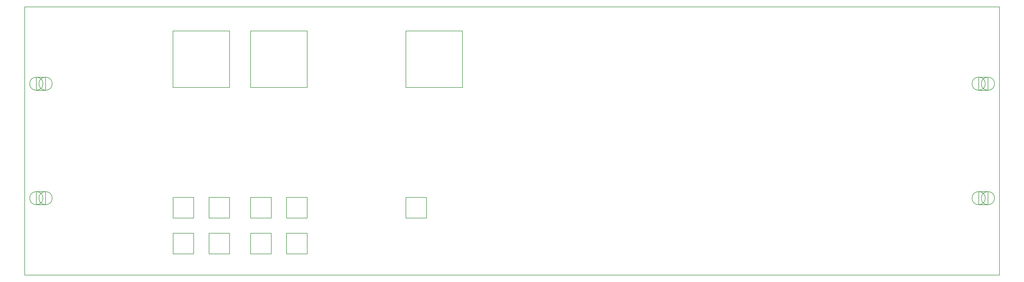
<source format=gko>
G04 Layer: BoardOutlineLayer*
G04 EasyEDA v6.5.34, 2023-08-21 18:11:39*
G04 edb4cfad772943f9a9c9805ee4eed470,5a6b42c53f6a479593ecc07194224c93,10*
G04 Gerber Generator version 0.2*
G04 Scale: 100 percent, Rotated: No, Reflected: No *
G04 Dimensions in millimeters *
G04 leading zeros omitted , absolute positions ,4 integer and 5 decimal *
%FSLAX45Y45*%
%MOMM*%

%ADD10C,0.2540*%
D10*
X0Y13296900D02*
G01*
X48260000Y13296900D01*
X48260000Y0D01*
X0Y-3070D01*
X0Y13296900D01*
X7343614Y12104298D02*
G01*
X7343614Y9304304D01*
X7343614Y9304304D02*
G01*
X10143609Y9304304D01*
X10143609Y9304304D02*
G01*
X10143609Y12104298D01*
X10143609Y12104298D02*
G01*
X7343614Y12104298D01*
X11186815Y12104298D02*
G01*
X11186815Y9304304D01*
X11186815Y9304304D02*
G01*
X13986809Y9304304D01*
X13986809Y9304304D02*
G01*
X13986809Y12104298D01*
X13986809Y12104298D02*
G01*
X11186815Y12104298D01*
X18873216Y12104298D02*
G01*
X18873216Y9304304D01*
X18873216Y9304304D02*
G01*
X21673210Y9304304D01*
X21673210Y9304304D02*
G01*
X21673210Y12104298D01*
X21673210Y12104298D02*
G01*
X18873216Y12104298D01*
G75*
G01*
X711200Y9486900D02*
G02*
X1361597Y9486900I325199J0D01*
G75*
G01*
X1361597Y9486900D02*
G02*
X711200Y9486900I-325198J0D01*
X711200Y9486900D02*
G01*
X711200Y9486900D01*
X579198Y9811893D02*
G01*
X579198Y9161881D01*
X579198Y9161881D02*
G01*
X1036398Y9161881D01*
X1036398Y9161881D02*
G01*
X1036398Y9811893D01*
X1036398Y9811893D02*
G01*
X579198Y9811893D01*
G75*
G01*
X254000Y9486900D02*
G02*
X904397Y9486900I325199J0D01*
G75*
G01*
X904397Y9486900D02*
G02*
X254000Y9486900I-325198J0D01*
X254000Y9486900D02*
G01*
X254000Y9486900D01*
G75*
G01*
X254000Y3810000D02*
G02*
X904397Y3810000I325199J0D01*
G75*
G01*
X904397Y3810000D02*
G02*
X254000Y3810000I-325198J0D01*
X254000Y3810000D02*
G01*
X254000Y3810000D01*
X579198Y4134993D02*
G01*
X579198Y3484981D01*
X579198Y3484981D02*
G01*
X1036398Y3484981D01*
X1036398Y3484981D02*
G01*
X1036398Y4134993D01*
X1036398Y4134993D02*
G01*
X579198Y4134993D01*
G75*
G01*
X711200Y3810000D02*
G02*
X1361597Y3810000I325199J0D01*
G75*
G01*
X1361597Y3810000D02*
G02*
X711200Y3810000I-325198J0D01*
X711200Y3810000D02*
G01*
X711200Y3810000D01*
G75*
G01*
X47365696Y3810000D02*
G02*
X48016094Y3810000I325199J0D01*
G75*
G01*
X48016094Y3810000D02*
G02*
X47365696Y3810000I-325199J0D01*
X47365696Y3810000D02*
G01*
X47365696Y3810000D01*
X47233695Y4134993D02*
G01*
X47233695Y3484981D01*
X47233695Y3484981D02*
G01*
X47690895Y3484981D01*
X47690895Y3484981D02*
G01*
X47690895Y4134993D01*
X47690895Y4134993D02*
G01*
X47233695Y4134993D01*
G75*
G01*
X46908496Y3810000D02*
G02*
X47558894Y3810000I325199J0D01*
G75*
G01*
X47558894Y3810000D02*
G02*
X46908496Y3810000I-325199J0D01*
X46908496Y3810000D02*
G01*
X46908496Y3810000D01*
G75*
G01*
X46908496Y9486900D02*
G02*
X47558894Y9486900I325199J0D01*
G75*
G01*
X47558894Y9486900D02*
G02*
X46908496Y9486900I-325199J0D01*
X46908496Y9486900D02*
G01*
X46908496Y9486900D01*
X47233695Y9811893D02*
G01*
X47233695Y9161881D01*
X47233695Y9161881D02*
G01*
X47690895Y9161881D01*
X47690895Y9161881D02*
G01*
X47690895Y9811893D01*
X47690895Y9811893D02*
G01*
X47233695Y9811893D01*
G75*
G01*
X47365696Y9486900D02*
G02*
X48016094Y9486900I325199J0D01*
G75*
G01*
X48016094Y9486900D02*
G02*
X47365696Y9486900I-325199J0D01*
X47365696Y9486900D02*
G01*
X47365696Y9486900D01*
X9122295Y3848100D02*
G01*
X9122295Y2828099D01*
X9122295Y2828099D02*
G01*
X10142296Y2828099D01*
X10142296Y2828099D02*
G01*
X10142296Y3848100D01*
X10142296Y3848100D02*
G01*
X9122295Y3848100D01*
X7344295Y3848100D02*
G01*
X7344295Y2828099D01*
X7344295Y2828099D02*
G01*
X8364296Y2828099D01*
X8364296Y2828099D02*
G01*
X8364296Y3848100D01*
X8364296Y3848100D02*
G01*
X7344295Y3848100D01*
X7344295Y2070100D02*
G01*
X7344295Y1050099D01*
X7344295Y1050099D02*
G01*
X8364296Y1050099D01*
X8364296Y1050099D02*
G01*
X8364296Y2070100D01*
X8364296Y2070100D02*
G01*
X7344295Y2070100D01*
X9122295Y2070100D02*
G01*
X9122295Y1050099D01*
X9122295Y1050099D02*
G01*
X10142296Y1050099D01*
X10142296Y1050099D02*
G01*
X10142296Y2070100D01*
X10142296Y2070100D02*
G01*
X9122295Y2070100D01*
X12965493Y3848100D02*
G01*
X12965493Y2828099D01*
X12965493Y2828099D02*
G01*
X13985493Y2828099D01*
X13985493Y2828099D02*
G01*
X13985493Y3848100D01*
X13985493Y3848100D02*
G01*
X12965493Y3848100D01*
X11187493Y3848100D02*
G01*
X11187493Y2828099D01*
X11187493Y2828099D02*
G01*
X12207493Y2828099D01*
X12207493Y2828099D02*
G01*
X12207493Y3848100D01*
X12207493Y3848100D02*
G01*
X11187493Y3848100D01*
X11187493Y2070100D02*
G01*
X11187493Y1050099D01*
X11187493Y1050099D02*
G01*
X12207493Y1050099D01*
X12207493Y1050099D02*
G01*
X12207493Y2070100D01*
X12207493Y2070100D02*
G01*
X11187493Y2070100D01*
X12965493Y2070100D02*
G01*
X12965493Y1050099D01*
X12965493Y1050099D02*
G01*
X13985493Y1050099D01*
X13985493Y1050099D02*
G01*
X13985493Y2070100D01*
X13985493Y2070100D02*
G01*
X12965493Y2070100D01*
X18873889Y3848100D02*
G01*
X18873889Y2828099D01*
X18873889Y2828099D02*
G01*
X19893889Y2828099D01*
X19893889Y2828099D02*
G01*
X19893889Y3848100D01*
X19893889Y3848100D02*
G01*
X18873889Y3848100D01*

%LPD*%
M02*

</source>
